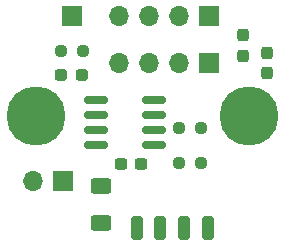
<source format=gbr>
%TF.GenerationSoftware,KiCad,Pcbnew,8.0.7*%
%TF.CreationDate,2024-12-12T10:30:31+01:00*%
%TF.ProjectId,pcb_actionneur_ventouse,7063625f-6163-4746-996f-6e6e6575725f,rev?*%
%TF.SameCoordinates,Original*%
%TF.FileFunction,Soldermask,Top*%
%TF.FilePolarity,Negative*%
%FSLAX46Y46*%
G04 Gerber Fmt 4.6, Leading zero omitted, Abs format (unit mm)*
G04 Created by KiCad (PCBNEW 8.0.7) date 2024-12-12 10:30:31*
%MOMM*%
%LPD*%
G01*
G04 APERTURE LIST*
G04 Aperture macros list*
%AMRoundRect*
0 Rectangle with rounded corners*
0 $1 Rounding radius*
0 $2 $3 $4 $5 $6 $7 $8 $9 X,Y pos of 4 corners*
0 Add a 4 corners polygon primitive as box body*
4,1,4,$2,$3,$4,$5,$6,$7,$8,$9,$2,$3,0*
0 Add four circle primitives for the rounded corners*
1,1,$1+$1,$2,$3*
1,1,$1+$1,$4,$5*
1,1,$1+$1,$6,$7*
1,1,$1+$1,$8,$9*
0 Add four rect primitives between the rounded corners*
20,1,$1+$1,$2,$3,$4,$5,0*
20,1,$1+$1,$4,$5,$6,$7,0*
20,1,$1+$1,$6,$7,$8,$9,0*
20,1,$1+$1,$8,$9,$2,$3,0*%
G04 Aperture macros list end*
%ADD10RoundRect,0.250000X0.625000X-0.400000X0.625000X0.400000X-0.625000X0.400000X-0.625000X-0.400000X0*%
%ADD11R,1.700000X1.700000*%
%ADD12O,1.700000X1.700000*%
%ADD13RoundRect,0.250000X0.250000X0.750000X-0.250000X0.750000X-0.250000X-0.750000X0.250000X-0.750000X0*%
%ADD14RoundRect,0.237500X0.300000X0.237500X-0.300000X0.237500X-0.300000X-0.237500X0.300000X-0.237500X0*%
%ADD15RoundRect,0.150000X0.825000X0.150000X-0.825000X0.150000X-0.825000X-0.150000X0.825000X-0.150000X0*%
%ADD16C,2.900000*%
%ADD17C,5.000000*%
%ADD18RoundRect,0.237500X-0.250000X-0.237500X0.250000X-0.237500X0.250000X0.237500X-0.250000X0.237500X0*%
%ADD19RoundRect,0.237500X-0.237500X0.287500X-0.237500X-0.287500X0.237500X-0.287500X0.237500X0.287500X0*%
%ADD20RoundRect,0.237500X-0.287500X-0.237500X0.287500X-0.237500X0.287500X0.237500X-0.287500X0.237500X0*%
%ADD21RoundRect,0.237500X0.250000X0.237500X-0.250000X0.237500X-0.250000X-0.237500X0.250000X-0.237500X0*%
G04 APERTURE END LIST*
D10*
%TO.C,R6*%
X146500000Y-59050000D03*
X146500000Y-55950000D03*
%TD*%
D11*
%TO.C,J2*%
X155620000Y-45500000D03*
D12*
X153080000Y-45500000D03*
X150540000Y-45500000D03*
X148000000Y-45500000D03*
%TD*%
D13*
%TO.C,J9*%
X149500000Y-59500000D03*
%TD*%
D11*
%TO.C,J10*%
X144000000Y-41500000D03*
%TD*%
D13*
%TO.C,J7*%
X153500000Y-59500000D03*
%TD*%
%TO.C,J6*%
X155500000Y-59500000D03*
%TD*%
%TO.C,J8*%
X151500000Y-59500000D03*
%TD*%
D11*
%TO.C,J1*%
X155620000Y-41500000D03*
D12*
X153080000Y-41500000D03*
X150540000Y-41500000D03*
X148000000Y-41500000D03*
%TD*%
D14*
%TO.C,C1*%
X149862500Y-54095000D03*
X148137500Y-54095000D03*
%TD*%
D15*
%TO.C,U1*%
X150975000Y-52405000D03*
X150975000Y-51135000D03*
X150975000Y-49865000D03*
X150975000Y-48595000D03*
X146025000Y-48595000D03*
X146025000Y-49865000D03*
X146025000Y-51135000D03*
X146025000Y-52405000D03*
%TD*%
D16*
%TO.C,J4*%
X159000000Y-50000000D03*
D17*
X159000000Y-50000000D03*
%TD*%
D16*
%TO.C,J5*%
X141000000Y-50000000D03*
D17*
X141000000Y-50000000D03*
%TD*%
D18*
%TO.C,R3*%
X153087500Y-51000000D03*
X154912500Y-51000000D03*
%TD*%
D19*
%TO.C,D3*%
X158500000Y-43125000D03*
X158500000Y-44875000D03*
%TD*%
D20*
%TO.C,D1*%
X143125000Y-46500000D03*
X144875000Y-46500000D03*
%TD*%
D18*
%TO.C,R2*%
X154912500Y-54000000D03*
X153087500Y-54000000D03*
%TD*%
D12*
%TO.C,J3*%
X140735000Y-55500000D03*
D11*
X143275000Y-55500000D03*
%TD*%
D19*
%TO.C,D2*%
X160500000Y-44625000D03*
X160500000Y-46375000D03*
%TD*%
D21*
%TO.C,R1*%
X144912500Y-44500000D03*
X143087500Y-44500000D03*
%TD*%
M02*

</source>
